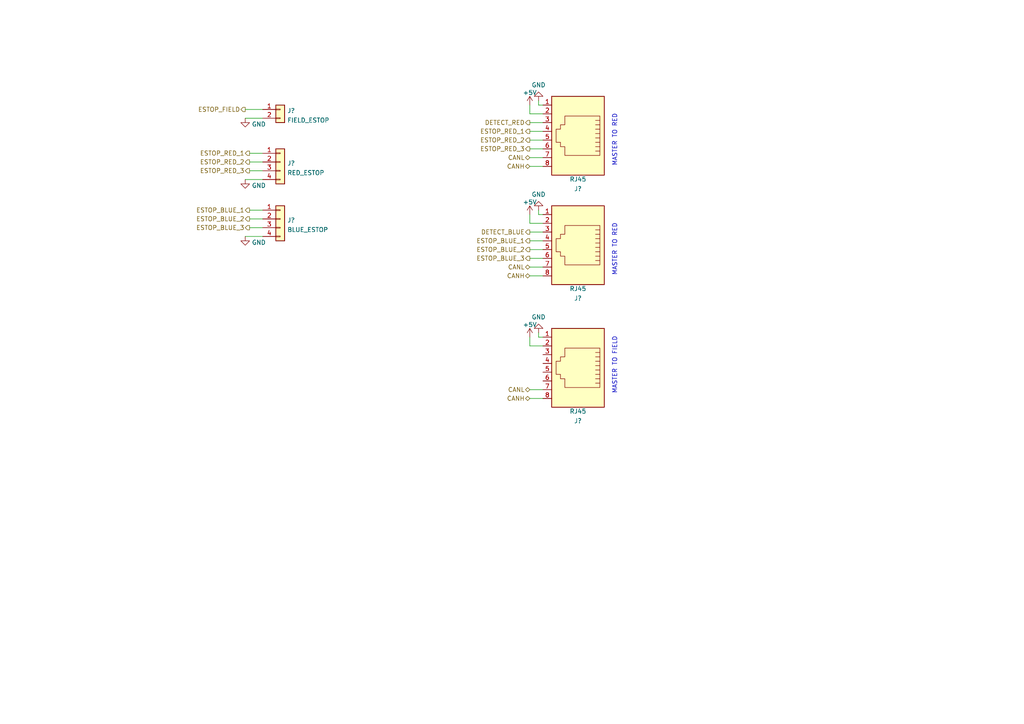
<source format=kicad_sch>
(kicad_sch (version 20211123) (generator eeschema)
  (paper "A4")
  (lib_symbols
    (symbol "Connector:RJ45" (pin_names (offset 1.016))
      (property "Reference" "J" (at -5.08 13.97 0))
      (property "Value" "RJ45" (at 2.54 13.97 0))
      (symbol "RJ45_0_1"
        (polyline (pts (xy -5.08 4.445) (xy -6.35 4.445)))
        (polyline (pts (xy -5.08 5.715) (xy -6.35 5.715)))
        (polyline (pts (xy -6.35 -3.175) (xy -5.08 -3.175) (xy -5.08 -3.175)))
        (polyline (pts (xy -6.35 -1.905) (xy -5.08 -1.905) (xy -5.08 -1.905)))
        (polyline (pts (xy -6.35 -0.635) (xy -5.08 -0.635) (xy -5.08 -0.635)))
        (polyline (pts (xy -6.35 0.635) (xy -5.08 0.635) (xy -5.08 0.635)))
        (polyline (pts (xy -6.35 1.905) (xy -5.08 1.905) (xy -5.08 1.905)))
        (polyline (pts (xy -5.08 3.175) (xy -6.35 3.175) (xy -6.35 3.175)))
        (polyline (pts (xy -6.35 -4.445) (xy -6.35 6.985) (xy 3.81 6.985) (xy 3.81 4.445) (xy 5.08 4.445) (xy 5.08 3.175) (xy 6.35 3.175) (xy 6.35 -0.635) (xy 5.08 -0.635) (xy 5.08 -1.905) (xy 3.81 -1.905) (xy 3.81 -4.445) (xy -6.35 -4.445) (xy -6.35 -4.445)))
        (rectangle (start 7.62 12.7) (end -7.62 -10.16) (stroke (width 0.254)) (fill (type background)))
      )
      (symbol "RJ45_1_1"
        (pin passive line (at 10.16 -7.62 180) (length 2.54) (name "~") (number "1"))
        (pin passive line (at 10.16 -5.08 180) (length 2.54) (name "~") (number "2"))
        (pin passive line (at 10.16 -2.54 180) (length 2.54) (name "~") (number "3"))
        (pin passive line (at 10.16 0 180) (length 2.54) (name "~") (number "4"))
        (pin passive line (at 10.16 2.54 180) (length 2.54) (name "~") (number "5"))
        (pin passive line (at 10.16 5.08 180) (length 2.54) (name "~") (number "6"))
        (pin passive line (at 10.16 7.62 180) (length 2.54) (name "~") (number "7"))
        (pin passive line (at 10.16 10.16 180) (length 2.54) (name "~") (number "8"))
      )
    )
    (symbol "Connector_Generic:Conn_01x02" (pin_names (offset 1.016) hide)
      (property "Reference" "J" (at 0 2.54 0))
      (property "Value" "Conn_01x02" (at 0 -5.08 0))
      (symbol "Conn_01x02_1_1"
        (rectangle (start -1.27 -2.413) (end 0 -2.667) (stroke (width 0.1524)))
        (rectangle (start -1.27 0.127) (end 0 -0.127) (stroke (width 0.1524)))
        (rectangle (start -1.27 1.27) (end 1.27 -3.81) (stroke (width 0.254)) (fill (type background)))
        (pin passive line (at -5.08 0 0) (length 3.81) (name "Pin_1") (number "1"))
        (pin passive line (at -5.08 -2.54 0) (length 3.81) (name "Pin_2") (number "2"))
      )
    )
    (symbol "Connector_Generic:Conn_01x04" (pin_names (offset 1.016) hide)
      (property "Reference" "J" (at 0 5.08 0))
      (property "Value" "Conn_01x04" (at 0 -7.62 0))
      (symbol "Conn_01x04_1_1"
        (rectangle (start -1.27 -4.953) (end 0 -5.207) (stroke (width 0.1524)))
        (rectangle (start -1.27 -2.413) (end 0 -2.667) (stroke (width 0.1524)))
        (rectangle (start -1.27 0.127) (end 0 -0.127) (stroke (width 0.1524)))
        (rectangle (start -1.27 2.667) (end 0 2.413) (stroke (width 0.1524)))
        (rectangle (start -1.27 3.81) (end 1.27 -6.35) (stroke (width 0.254)) (fill (type background)))
        (pin passive line (at -5.08 2.54 0) (length 3.81) (name "Pin_1") (number "1"))
        (pin passive line (at -5.08 0 0) (length 3.81) (name "Pin_2") (number "2"))
        (pin passive line (at -5.08 -2.54 0) (length 3.81) (name "Pin_3") (number "3"))
        (pin passive line (at -5.08 -5.08 0) (length 3.81) (name "Pin_4") (number "4"))
      )
    )
    (symbol "power:+5V" (power) (pin_names (offset 0))
      (property "Value" "+5V" (at 0 3.556 0))
      (symbol "+5V_0_1"
        (polyline (pts (xy -0.762 1.27) (xy 0 2.54)))
        (polyline (pts (xy 0 0) (xy 0 2.54)))
        (polyline (pts (xy 0 2.54) (xy 0.762 1.27)))
      )
      (symbol "+5V_1_1"
        (pin power_in line (at 0 0 90) (length 0) hide (name "+5V") (number "1"))
      )
    )
    (symbol "power:GND" (power) (pin_names (offset 0))
      (property "Value" "GND" (at 0 -3.81 0))
      (symbol "GND_0_1"
        (polyline (pts (xy 0 0) (xy 0 -1.27) (xy 1.27 -1.27) (xy 0 -2.54) (xy -1.27 -1.27) (xy 0 -1.27)))
      )
      (symbol "GND_1_1"
        (pin power_in line (at 0 0 270) (length 0) hide (name "GND") (number "1"))
      )
    )
  )
  (wire (pts (xy 156.21 30.48) (xy 157.48 30.48)))
  (wire (pts (xy 72.39 44.45) (xy 76.2 44.45)))
  (wire (pts (xy 153.67 97.79) (xy 153.67 100.33)))
  (wire (pts (xy 71.12 52.07) (xy 76.2 52.07)))
  (wire (pts (xy 157.48 80.01) (xy 153.67 80.01)))
  (wire (pts (xy 157.48 33.02) (xy 153.67 33.02)))
  (wire (pts (xy 72.39 46.99) (xy 76.2 46.99)))
  (wire (pts (xy 71.12 34.29) (xy 76.2 34.29)))
  (wire (pts (xy 153.67 35.56) (xy 157.48 35.56)))
  (wire (pts (xy 153.67 67.31) (xy 157.48 67.31)))
  (wire (pts (xy 157.48 77.47) (xy 153.67 77.47)))
  (wire (pts (xy 153.67 69.85) (xy 157.48 69.85)))
  (wire (pts (xy 72.39 63.5) (xy 76.2 63.5)))
  (wire (pts (xy 157.48 100.33) (xy 153.67 100.33)))
  (wire (pts (xy 153.67 40.64) (xy 157.48 40.64)))
  (wire (pts (xy 72.39 66.04) (xy 76.2 66.04)))
  (wire (pts (xy 156.21 62.23) (xy 157.48 62.23)))
  (wire (pts (xy 153.67 62.23) (xy 153.67 64.77)))
  (wire (pts (xy 72.39 60.96) (xy 76.2 60.96)))
  (wire (pts (xy 153.67 72.39) (xy 157.48 72.39)))
  (wire (pts (xy 156.21 60.96) (xy 156.21 62.23)))
  (wire (pts (xy 153.67 74.93) (xy 157.48 74.93)))
  (wire (pts (xy 71.12 68.58) (xy 76.2 68.58)))
  (wire (pts (xy 157.48 64.77) (xy 153.67 64.77)))
  (wire (pts (xy 156.21 96.52) (xy 156.21 97.79)))
  (wire (pts (xy 72.39 49.53) (xy 76.2 49.53)))
  (wire (pts (xy 157.48 45.72) (xy 153.67 45.72)))
  (wire (pts (xy 157.48 113.03) (xy 153.67 113.03)))
  (wire (pts (xy 153.67 38.1) (xy 157.48 38.1)))
  (wire (pts (xy 156.21 29.21) (xy 156.21 30.48)))
  (wire (pts (xy 157.48 48.26) (xy 153.67 48.26)))
  (wire (pts (xy 153.67 30.48) (xy 153.67 33.02)))
  (wire (pts (xy 157.48 115.57) (xy 153.67 115.57)))
  (wire (pts (xy 156.21 97.79) (xy 157.48 97.79)))
  (wire (pts (xy 153.67 43.18) (xy 157.48 43.18)))
  (wire (pts (xy 71.12 31.75) (xy 76.2 31.75)))
  (text "MASTER TO RED" (at 179.07 48.26 90) (effects (font (size 1.27 1.27)) (justify left bottom)))
  (text "MASTER TO RED" (at 179.07 80.01 90) (effects (font (size 1.27 1.27)) (justify left bottom)))
  (text "MASTER TO FIELD" (at 179.07 114.3 90) (effects (font (size 1.27 1.27)) (justify left bottom)))
  (hierarchical_label "CANH" (shape tri_state) (at 153.67 115.57 180))
  (hierarchical_label "CANL" (shape tri_state) (at 153.67 77.47 180))
  (hierarchical_label "CANH" (shape tri_state) (at 153.67 80.01 180))
  (hierarchical_label "ESTOP_BLUE_1" (shape output) (at 153.67 69.85 180))
  (hierarchical_label "CANL" (shape tri_state) (at 153.67 113.03 180))
  (hierarchical_label "ESTOP_BLUE_2" (shape output) (at 72.39 63.5 180))
  (hierarchical_label "ESTOP_RED_1" (shape output) (at 153.67 38.1 180))
  (hierarchical_label "ESTOP_RED_3" (shape output) (at 72.39 49.53 180))
  (hierarchical_label "DETECT_RED" (shape output) (at 153.67 35.56 180))
  (hierarchical_label "DETECT_BLUE" (shape output) (at 153.67 67.31 180))
  (hierarchical_label "CANL" (shape tri_state) (at 153.67 45.72 180))
  (hierarchical_label "ESTOP_BLUE_3" (shape output) (at 72.39 66.04 180))
  (hierarchical_label "ESTOP_BLUE_3" (shape output) (at 153.67 74.93 180))
  (hierarchical_label "ESTOP_BLUE_2" (shape output) (at 153.67 72.39 180))
  (hierarchical_label "ESTOP_RED_1" (shape output) (at 72.39 44.45 180))
  (hierarchical_label "ESTOP_BLUE_1" (shape output) (at 72.39 60.96 180))
  (hierarchical_label "ESTOP_RED_2" (shape output) (at 153.67 40.64 180))
  (hierarchical_label "ESTOP_FIELD" (shape output) (at 71.12 31.75 180))
  (hierarchical_label "CANH" (shape tri_state) (at 153.67 48.26 180))
  (hierarchical_label "ESTOP_RED_3" (shape output) (at 153.67 43.18 180))
  (hierarchical_label "ESTOP_RED_2" (shape output) (at 72.39 46.99 180))
  (symbol (lib_id "Connector_Generic:Conn_01x02") (at 81.28 31.75 0) (unit 1)
    (property "Reference" "J?" (at 83.312 32.1115 0) (effects (justify left)))
    (property "Value" "FIELD_ESTOP" (at 83.312 34.8866 0) (effects (justify left)))
  )
  (symbol (lib_id "Connector:RJ45") (at 167.64 38.1 180) (unit 1)
    (property "Reference" "J?" (at 167.64 54.7665 0))
    (property "Value" "RJ45" (at 167.64 51.9914 0))
  )
  (symbol (lib_id "power:GND") (at 71.12 52.07 0) (unit 1)
    (property "Reference" "#PWR?" (effects hide))
    (property "Value" "GND" (at 73.025 53.819 0) (effects (justify left)))
  )
  (symbol (lib_id "power:GND") (at 156.21 60.96 180) (unit 1)
    (property "Reference" "#PWR?" (effects hide))
    (property "Value" "GND" (at 156.21 56.3975 0))
  )
  (symbol (lib_id "Connector_Generic:Conn_01x04") (at 81.28 63.5 0) (unit 1)
    (property "Reference" "J?" (at 83.312 63.8615 0) (effects (justify left)))
    (property "Value" "BLUE_ESTOP" (at 83.312 66.6366 0) (effects (justify left)))
  )
  (symbol (lib_id "power:+5V") (at 153.67 97.79 0) (unit 1)
    (property "Reference" "#PWR?" (effects hide))
    (property "Value" "+5V" (at 153.67 94.1855 0))
  )
  (symbol (lib_id "Connector_Generic:Conn_01x04") (at 81.28 46.99 0) (unit 1)
    (property "Reference" "J?" (at 83.312 47.3515 0) (effects (justify left)))
    (property "Value" "RED_ESTOP" (at 83.312 50.1266 0) (effects (justify left)))
  )
  (symbol (lib_id "power:+5V") (at 153.67 30.48 0) (unit 1)
    (property "Reference" "#PWR?" (effects hide))
    (property "Value" "+5V" (at 153.67 26.8755 0))
  )
  (symbol (lib_id "power:GND") (at 71.12 34.29 0) (unit 1)
    (property "Reference" "#PWR?" (effects hide))
    (property "Value" "GND" (at 73.025 36.039 0) (effects (justify left)))
  )
  (symbol (lib_id "power:GND") (at 71.12 68.58 0) (unit 1)
    (property "Reference" "#PWR?" (effects hide))
    (property "Value" "GND" (at 73.025 70.329 0) (effects (justify left)))
  )
  (symbol (lib_id "power:+5V") (at 153.67 62.23 0) (unit 1)
    (property "Reference" "#PWR?" (effects hide))
    (property "Value" "+5V" (at 153.67 58.6255 0))
  )
  (symbol (lib_id "Connector:RJ45") (at 167.64 105.41 180) (unit 1)
    (property "Reference" "J?" (at 167.64 122.0765 0))
    (property "Value" "RJ45" (at 167.64 119.3014 0))
  )
  (symbol (lib_id "Connector:RJ45") (at 167.64 69.85 180) (unit 1)
    (property "Reference" "J?" (at 167.64 86.5165 0))
    (property "Value" "RJ45" (at 167.64 83.7414 0))
  )
  (symbol (lib_id "power:GND") (at 156.21 29.21 180) (unit 1)
    (property "Reference" "#PWR?" (effects hide))
    (property "Value" "GND" (at 156.21 24.6475 0))
  )
  (symbol (lib_id "power:GND") (at 156.21 96.52 180) (unit 1)
    (property "Reference" "#PWR?" (effects hide))
    (property "Value" "GND" (at 156.21 91.9575 0))
  )
)
</source>
